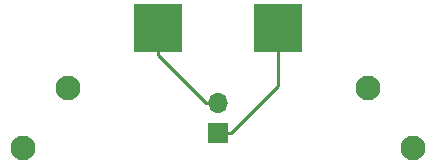
<source format=gtl>
G04 #@! TF.GenerationSoftware,KiCad,Pcbnew,(5.1.4)-1*
G04 #@! TF.CreationDate,2019-10-12T23:56:11-04:00*
G04 #@! TF.ProjectId,haptic-belt,68617074-6963-42d6-9265-6c742e6b6963,rev?*
G04 #@! TF.SameCoordinates,Original*
G04 #@! TF.FileFunction,Copper,L1,Top*
G04 #@! TF.FilePolarity,Positive*
%FSLAX46Y46*%
G04 Gerber Fmt 4.6, Leading zero omitted, Abs format (unit mm)*
G04 Created by KiCad (PCBNEW (5.1.4)-1) date 2019-10-12 23:56:11*
%MOMM*%
%LPD*%
G04 APERTURE LIST*
%ADD10R,1.700000X1.700000*%
%ADD11O,1.700000X1.700000*%
%ADD12R,4.064000X4.064000*%
%ADD13C,2.100000*%
%ADD14C,0.250000*%
G04 APERTURE END LIST*
D10*
X127000000Y-90170000D03*
D11*
X127000000Y-87630000D03*
D12*
X132080000Y-81280000D03*
X121920000Y-81280000D03*
D13*
X110490000Y-91440000D03*
X114300000Y-86360000D03*
X139700000Y-86360000D03*
X143510000Y-91440000D03*
D14*
X128100000Y-90170000D02*
X127000000Y-90170000D01*
X132080000Y-86190000D02*
X128100000Y-90170000D01*
X132080000Y-81280000D02*
X132080000Y-86190000D01*
X125988000Y-87630000D02*
X127000000Y-87630000D01*
X121920000Y-83562000D02*
X125988000Y-87630000D01*
X121920000Y-81280000D02*
X121920000Y-83562000D01*
M02*

</source>
